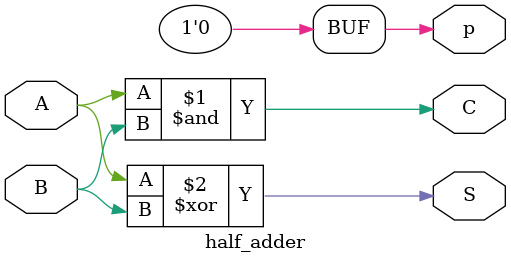
<source format=v>
module half_adder(A, B, S, C, p);
input A,B;
output C, S, p;

and U1 (C, A, B);
xor U2 (S, A, B);

assign p = 1'b0;

endmodule
</source>
